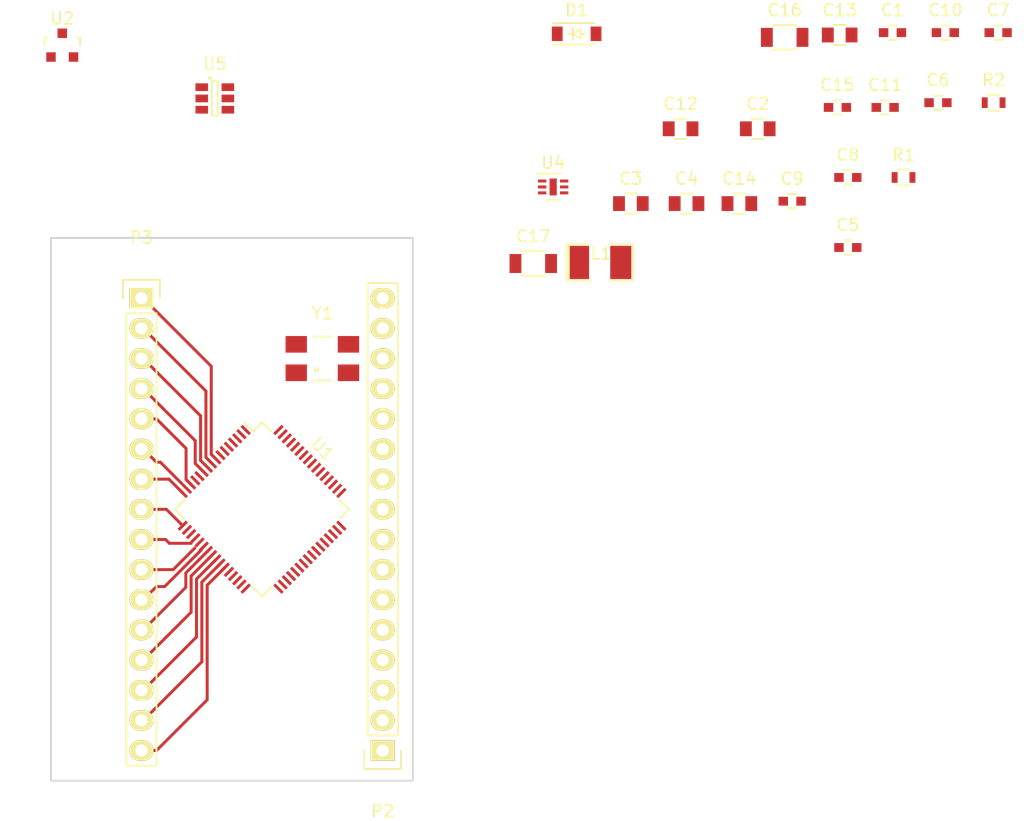
<source format=kicad_pcb>
(kicad_pcb (version 4) (host pcbnew "(2015-09-15 BZR 6201)-product")

  (general
    (links 92)
    (no_connects 79)
    (area 126.924999 101.524999 157.555001 147.395001)
    (thickness 1.6)
    (drawings 4)
    (tracks 65)
    (zones 0)
    (modules 28)
    (nets 66)
  )

  (page A4)
  (layers
    (0 F.Cu signal)
    (31 B.Cu signal)
    (32 B.Adhes user)
    (33 F.Adhes user)
    (34 B.Paste user)
    (35 F.Paste user)
    (36 B.SilkS user)
    (37 F.SilkS user)
    (38 B.Mask user)
    (39 F.Mask user)
    (40 Dwgs.User user)
    (41 Cmts.User user)
    (42 Eco1.User user)
    (43 Eco2.User user)
    (44 Edge.Cuts user)
    (45 Margin user)
    (46 B.CrtYd user)
    (47 F.CrtYd user)
    (48 B.Fab user)
    (49 F.Fab user)
  )

  (setup
    (last_trace_width 0.25)
    (trace_clearance 0.2)
    (zone_clearance 0.508)
    (zone_45_only no)
    (trace_min 0.2)
    (segment_width 0.2)
    (edge_width 0.15)
    (via_size 0.6)
    (via_drill 0.4)
    (via_min_size 0.4)
    (via_min_drill 0.3)
    (uvia_size 0.3)
    (uvia_drill 0.1)
    (uvias_allowed no)
    (uvia_min_size 0.2)
    (uvia_min_drill 0.1)
    (pcb_text_width 0.3)
    (pcb_text_size 1.5 1.5)
    (mod_edge_width 0.15)
    (mod_text_size 1 1)
    (mod_text_width 0.15)
    (pad_size 1.524 1.524)
    (pad_drill 0.762)
    (pad_to_mask_clearance 0.2)
    (aux_axis_origin 0 0)
    (visible_elements 7FFFFFFF)
    (pcbplotparams
      (layerselection 0x00030_80000001)
      (usegerberextensions false)
      (excludeedgelayer true)
      (linewidth 0.100000)
      (plotframeref false)
      (viasonmask false)
      (mode 1)
      (useauxorigin false)
      (hpglpennumber 1)
      (hpglpenspeed 20)
      (hpglpendiameter 15)
      (hpglpenoverlay 2)
      (psnegative false)
      (psa4output false)
      (plotreference true)
      (plotvalue true)
      (plotinvisibletext false)
      (padsonsilk false)
      (subtractmaskfromsilk false)
      (outputformat 1)
      (mirror false)
      (drillshape 1)
      (scaleselection 1)
      (outputdirectory ""))
  )

  (net 0 "")
  (net 1 /~RST)
  (net 2 GND)
  (net 3 /VDD)
  (net 4 "Net-(C10-Pad1)")
  (net 5 "Net-(C11-Pad1)")
  (net 6 /SDMMC_D3)
  (net 7 /SDMMC_CMD)
  (net 8 /SDMMC_CK)
  (net 9 /SDMMC_D0)
  (net 10 /SDMMC_D1)
  (net 11 /SDMMC_D2)
  (net 12 /OTG_FS_DM)
  (net 13 /OTG_FS_ID)
  (net 14 /OTG_FS_DP)
  (net 15 /D1)
  (net 16 /D2)
  (net 17 /D3)
  (net 18 /D4)
  (net 19 /D5)
  (net 20 /D6)
  (net 21 /D7)
  (net 22 /D8)
  (net 23 /D9)
  (net 24 /D10)
  (net 25 /D11)
  (net 26 /D12)
  (net 27 /D13)
  (net 28 /D14)
  (net 29 /D15)
  (net 30 /D16)
  (net 31 /A1)
  (net 32 /A2)
  (net 33 /A3)
  (net 34 /A4)
  (net 35 /A5)
  (net 36 /A6)
  (net 37 /A7)
  (net 38 /A8)
  (net 39 /A9)
  (net 40 /A10)
  (net 41 /A11)
  (net 42 /A12)
  (net 43 /A13)
  (net 44 /A14)
  (net 45 /A15)
  (net 46 /A16)
  (net 47 /RTC_OUT)
  (net 48 "Net-(U1-Pad3)")
  (net 49 "Net-(U1-Pad4)")
  (net 50 /OTG_FS_SOF)
  (net 51 /OTG_FS_VBUS)
  (net 52 /JTMS)
  (net 53 /JTCK)
  (net 54 /JTDI)
  (net 55 /JTDO)
  (net 56 /~JTRST)
  (net 57 /D4/PVD)
  (net 58 /VIN)
  (net 59 "Net-(C13-Pad1)")
  (net 60 /OTG_5V)
  (net 61 /SW)
  (net 62 "Net-(C15-Pad2)")
  (net 63 /SENSE)
  (net 64 "Net-(U4-Pad4)")
  (net 65 "Net-(U4-Pad5)")

  (net_class Default "This is the default net class."
    (clearance 0.2)
    (trace_width 0.25)
    (via_dia 0.6)
    (via_drill 0.4)
    (uvia_dia 0.3)
    (uvia_drill 0.1)
    (add_net /A1)
    (add_net /A10)
    (add_net /A11)
    (add_net /A12)
    (add_net /A13)
    (add_net /A14)
    (add_net /A15)
    (add_net /A16)
    (add_net /A2)
    (add_net /A3)
    (add_net /A4)
    (add_net /A5)
    (add_net /A6)
    (add_net /A7)
    (add_net /A8)
    (add_net /A9)
    (add_net /D1)
    (add_net /D10)
    (add_net /D11)
    (add_net /D12)
    (add_net /D13)
    (add_net /D14)
    (add_net /D15)
    (add_net /D16)
    (add_net /D2)
    (add_net /D3)
    (add_net /D4)
    (add_net /D4/PVD)
    (add_net /D5)
    (add_net /D6)
    (add_net /D7)
    (add_net /D8)
    (add_net /D9)
    (add_net /JTCK)
    (add_net /JTDI)
    (add_net /JTDO)
    (add_net /JTMS)
    (add_net /OTG_5V)
    (add_net /OTG_FS_DM)
    (add_net /OTG_FS_DP)
    (add_net /OTG_FS_ID)
    (add_net /OTG_FS_SOF)
    (add_net /OTG_FS_VBUS)
    (add_net /RTC_OUT)
    (add_net /SDMMC_CK)
    (add_net /SDMMC_CMD)
    (add_net /SDMMC_D0)
    (add_net /SDMMC_D1)
    (add_net /SDMMC_D2)
    (add_net /SDMMC_D3)
    (add_net /SENSE)
    (add_net /SW)
    (add_net /VDD)
    (add_net /VIN)
    (add_net /~JTRST)
    (add_net /~RST)
    (add_net GND)
    (add_net "Net-(C10-Pad1)")
    (add_net "Net-(C11-Pad1)")
    (add_net "Net-(C13-Pad1)")
    (add_net "Net-(C15-Pad2)")
    (add_net "Net-(U1-Pad3)")
    (add_net "Net-(U1-Pad4)")
    (add_net "Net-(U4-Pad4)")
    (add_net "Net-(U4-Pad5)")
  )

  (module Capacitors_SMD:C_0603 (layer F.Cu) (tedit 5415D631) (tstamp 55FB30E9)
    (at 197.886428 84.305)
    (descr "Capacitor SMD 0603, reflow soldering, AVX (see smccp.pdf)")
    (tags "capacitor 0603")
    (path /55FB28C4)
    (attr smd)
    (fp_text reference C1 (at 0 -1.9) (layer F.SilkS)
      (effects (font (size 1 1) (thickness 0.15)))
    )
    (fp_text value 0.1uF (at 0 1.9) (layer F.Fab)
      (effects (font (size 1 1) (thickness 0.15)))
    )
    (fp_line (start -1.45 -0.75) (end 1.45 -0.75) (layer F.CrtYd) (width 0.05))
    (fp_line (start -1.45 0.75) (end 1.45 0.75) (layer F.CrtYd) (width 0.05))
    (fp_line (start -1.45 -0.75) (end -1.45 0.75) (layer F.CrtYd) (width 0.05))
    (fp_line (start 1.45 -0.75) (end 1.45 0.75) (layer F.CrtYd) (width 0.05))
    (fp_line (start -0.35 -0.6) (end 0.35 -0.6) (layer F.SilkS) (width 0.15))
    (fp_line (start 0.35 0.6) (end -0.35 0.6) (layer F.SilkS) (width 0.15))
    (pad 1 smd rect (at -0.75 0) (size 0.8 0.75) (layers F.Cu F.Paste F.Mask)
      (net 1 /~RST))
    (pad 2 smd rect (at 0.75 0) (size 0.8 0.75) (layers F.Cu F.Paste F.Mask)
      (net 2 GND))
    (model Capacitors_SMD.3dshapes/C_0603.wrl
      (at (xyz 0 0 0))
      (scale (xyz 1 1 1))
      (rotate (xyz 0 0 0))
    )
  )

  (module Capacitors_SMD:C_0805 (layer F.Cu) (tedit 5415D6EA) (tstamp 55FB30EF)
    (at 186.536428 92.405)
    (descr "Capacitor SMD 0805, reflow soldering, AVX (see smccp.pdf)")
    (tags "capacitor 0805")
    (path /55FB1A3F)
    (attr smd)
    (fp_text reference C2 (at 0 -2.1) (layer F.SilkS)
      (effects (font (size 1 1) (thickness 0.15)))
    )
    (fp_text value 4.7uF (at 0 2.1) (layer F.Fab)
      (effects (font (size 1 1) (thickness 0.15)))
    )
    (fp_line (start -1.8 -1) (end 1.8 -1) (layer F.CrtYd) (width 0.05))
    (fp_line (start -1.8 1) (end 1.8 1) (layer F.CrtYd) (width 0.05))
    (fp_line (start -1.8 -1) (end -1.8 1) (layer F.CrtYd) (width 0.05))
    (fp_line (start 1.8 -1) (end 1.8 1) (layer F.CrtYd) (width 0.05))
    (fp_line (start 0.5 -0.85) (end -0.5 -0.85) (layer F.SilkS) (width 0.15))
    (fp_line (start -0.5 0.85) (end 0.5 0.85) (layer F.SilkS) (width 0.15))
    (pad 1 smd rect (at -1 0) (size 1 1.25) (layers F.Cu F.Paste F.Mask)
      (net 3 /VDD))
    (pad 2 smd rect (at 1 0) (size 1 1.25) (layers F.Cu F.Paste F.Mask)
      (net 2 GND))
    (model Capacitors_SMD.3dshapes/C_0805.wrl
      (at (xyz 0 0 0))
      (scale (xyz 1 1 1))
      (rotate (xyz 0 0 0))
    )
  )

  (module Capacitors_SMD:C_0805 (layer F.Cu) (tedit 5415D6EA) (tstamp 55FB30F5)
    (at 175.846428 98.705)
    (descr "Capacitor SMD 0805, reflow soldering, AVX (see smccp.pdf)")
    (tags "capacitor 0805")
    (path /55FB1E44)
    (attr smd)
    (fp_text reference C3 (at 0 -2.1) (layer F.SilkS)
      (effects (font (size 1 1) (thickness 0.15)))
    )
    (fp_text value 1.0uF (at 0 2.1) (layer F.Fab)
      (effects (font (size 1 1) (thickness 0.15)))
    )
    (fp_line (start -1.8 -1) (end 1.8 -1) (layer F.CrtYd) (width 0.05))
    (fp_line (start -1.8 1) (end 1.8 1) (layer F.CrtYd) (width 0.05))
    (fp_line (start -1.8 -1) (end -1.8 1) (layer F.CrtYd) (width 0.05))
    (fp_line (start 1.8 -1) (end 1.8 1) (layer F.CrtYd) (width 0.05))
    (fp_line (start 0.5 -0.85) (end -0.5 -0.85) (layer F.SilkS) (width 0.15))
    (fp_line (start -0.5 0.85) (end 0.5 0.85) (layer F.SilkS) (width 0.15))
    (pad 1 smd rect (at -1 0) (size 1 1.25) (layers F.Cu F.Paste F.Mask)
      (net 3 /VDD))
    (pad 2 smd rect (at 1 0) (size 1 1.25) (layers F.Cu F.Paste F.Mask)
      (net 2 GND))
    (model Capacitors_SMD.3dshapes/C_0805.wrl
      (at (xyz 0 0 0))
      (scale (xyz 1 1 1))
      (rotate (xyz 0 0 0))
    )
  )

  (module Capacitors_SMD:C_0805 (layer F.Cu) (tedit 5415D6EA) (tstamp 55FB30FB)
    (at 180.536428 98.705)
    (descr "Capacitor SMD 0805, reflow soldering, AVX (see smccp.pdf)")
    (tags "capacitor 0805")
    (path /55FB260E)
    (attr smd)
    (fp_text reference C4 (at 0 -2.1) (layer F.SilkS)
      (effects (font (size 1 1) (thickness 0.15)))
    )
    (fp_text value 1.0uF (at 0 2.1) (layer F.Fab)
      (effects (font (size 1 1) (thickness 0.15)))
    )
    (fp_line (start -1.8 -1) (end 1.8 -1) (layer F.CrtYd) (width 0.05))
    (fp_line (start -1.8 1) (end 1.8 1) (layer F.CrtYd) (width 0.05))
    (fp_line (start -1.8 -1) (end -1.8 1) (layer F.CrtYd) (width 0.05))
    (fp_line (start 1.8 -1) (end 1.8 1) (layer F.CrtYd) (width 0.05))
    (fp_line (start 0.5 -0.85) (end -0.5 -0.85) (layer F.SilkS) (width 0.15))
    (fp_line (start -0.5 0.85) (end 0.5 0.85) (layer F.SilkS) (width 0.15))
    (pad 1 smd rect (at -1 0) (size 1 1.25) (layers F.Cu F.Paste F.Mask)
      (net 3 /VDD))
    (pad 2 smd rect (at 1 0) (size 1 1.25) (layers F.Cu F.Paste F.Mask)
      (net 2 GND))
    (model Capacitors_SMD.3dshapes/C_0805.wrl
      (at (xyz 0 0 0))
      (scale (xyz 1 1 1))
      (rotate (xyz 0 0 0))
    )
  )

  (module Capacitors_SMD:C_0603 (layer F.Cu) (tedit 5415D631) (tstamp 55FB3101)
    (at 194.126428 102.405)
    (descr "Capacitor SMD 0603, reflow soldering, AVX (see smccp.pdf)")
    (tags "capacitor 0603")
    (path /55FB1B14)
    (attr smd)
    (fp_text reference C5 (at 0 -1.9) (layer F.SilkS)
      (effects (font (size 1 1) (thickness 0.15)))
    )
    (fp_text value 0.1uF (at 0 1.9) (layer F.Fab)
      (effects (font (size 1 1) (thickness 0.15)))
    )
    (fp_line (start -1.45 -0.75) (end 1.45 -0.75) (layer F.CrtYd) (width 0.05))
    (fp_line (start -1.45 0.75) (end 1.45 0.75) (layer F.CrtYd) (width 0.05))
    (fp_line (start -1.45 -0.75) (end -1.45 0.75) (layer F.CrtYd) (width 0.05))
    (fp_line (start 1.45 -0.75) (end 1.45 0.75) (layer F.CrtYd) (width 0.05))
    (fp_line (start -0.35 -0.6) (end 0.35 -0.6) (layer F.SilkS) (width 0.15))
    (fp_line (start 0.35 0.6) (end -0.35 0.6) (layer F.SilkS) (width 0.15))
    (pad 1 smd rect (at -0.75 0) (size 0.8 0.75) (layers F.Cu F.Paste F.Mask)
      (net 3 /VDD))
    (pad 2 smd rect (at 0.75 0) (size 0.8 0.75) (layers F.Cu F.Paste F.Mask)
      (net 2 GND))
    (model Capacitors_SMD.3dshapes/C_0603.wrl
      (at (xyz 0 0 0))
      (scale (xyz 1 1 1))
      (rotate (xyz 0 0 0))
    )
  )

  (module Capacitors_SMD:C_0603 (layer F.Cu) (tedit 5415D631) (tstamp 55FB3107)
    (at 201.716428 90.205)
    (descr "Capacitor SMD 0603, reflow soldering, AVX (see smccp.pdf)")
    (tags "capacitor 0603")
    (path /55FB1B48)
    (attr smd)
    (fp_text reference C6 (at 0 -1.9) (layer F.SilkS)
      (effects (font (size 1 1) (thickness 0.15)))
    )
    (fp_text value 0.1uF (at 0 1.9) (layer F.Fab)
      (effects (font (size 1 1) (thickness 0.15)))
    )
    (fp_line (start -1.45 -0.75) (end 1.45 -0.75) (layer F.CrtYd) (width 0.05))
    (fp_line (start -1.45 0.75) (end 1.45 0.75) (layer F.CrtYd) (width 0.05))
    (fp_line (start -1.45 -0.75) (end -1.45 0.75) (layer F.CrtYd) (width 0.05))
    (fp_line (start 1.45 -0.75) (end 1.45 0.75) (layer F.CrtYd) (width 0.05))
    (fp_line (start -0.35 -0.6) (end 0.35 -0.6) (layer F.SilkS) (width 0.15))
    (fp_line (start 0.35 0.6) (end -0.35 0.6) (layer F.SilkS) (width 0.15))
    (pad 1 smd rect (at -0.75 0) (size 0.8 0.75) (layers F.Cu F.Paste F.Mask)
      (net 3 /VDD))
    (pad 2 smd rect (at 0.75 0) (size 0.8 0.75) (layers F.Cu F.Paste F.Mask)
      (net 2 GND))
    (model Capacitors_SMD.3dshapes/C_0603.wrl
      (at (xyz 0 0 0))
      (scale (xyz 1 1 1))
      (rotate (xyz 0 0 0))
    )
  )

  (module Capacitors_SMD:C_0603 (layer F.Cu) (tedit 5415D631) (tstamp 55FB310D)
    (at 206.786428 84.305)
    (descr "Capacitor SMD 0603, reflow soldering, AVX (see smccp.pdf)")
    (tags "capacitor 0603")
    (path /55FB1BA8)
    (attr smd)
    (fp_text reference C7 (at 0 -1.9) (layer F.SilkS)
      (effects (font (size 1 1) (thickness 0.15)))
    )
    (fp_text value 0.1uF (at 0 1.9) (layer F.Fab)
      (effects (font (size 1 1) (thickness 0.15)))
    )
    (fp_line (start -1.45 -0.75) (end 1.45 -0.75) (layer F.CrtYd) (width 0.05))
    (fp_line (start -1.45 0.75) (end 1.45 0.75) (layer F.CrtYd) (width 0.05))
    (fp_line (start -1.45 -0.75) (end -1.45 0.75) (layer F.CrtYd) (width 0.05))
    (fp_line (start 1.45 -0.75) (end 1.45 0.75) (layer F.CrtYd) (width 0.05))
    (fp_line (start -0.35 -0.6) (end 0.35 -0.6) (layer F.SilkS) (width 0.15))
    (fp_line (start 0.35 0.6) (end -0.35 0.6) (layer F.SilkS) (width 0.15))
    (pad 1 smd rect (at -0.75 0) (size 0.8 0.75) (layers F.Cu F.Paste F.Mask)
      (net 3 /VDD))
    (pad 2 smd rect (at 0.75 0) (size 0.8 0.75) (layers F.Cu F.Paste F.Mask)
      (net 2 GND))
    (model Capacitors_SMD.3dshapes/C_0603.wrl
      (at (xyz 0 0 0))
      (scale (xyz 1 1 1))
      (rotate (xyz 0 0 0))
    )
  )

  (module Capacitors_SMD:C_0603 (layer F.Cu) (tedit 5415D631) (tstamp 55FB3113)
    (at 194.126428 96.505)
    (descr "Capacitor SMD 0603, reflow soldering, AVX (see smccp.pdf)")
    (tags "capacitor 0603")
    (path /55FB1BDE)
    (attr smd)
    (fp_text reference C8 (at 0 -1.9) (layer F.SilkS)
      (effects (font (size 1 1) (thickness 0.15)))
    )
    (fp_text value 0.1uF (at 0 1.9) (layer F.Fab)
      (effects (font (size 1 1) (thickness 0.15)))
    )
    (fp_line (start -1.45 -0.75) (end 1.45 -0.75) (layer F.CrtYd) (width 0.05))
    (fp_line (start -1.45 0.75) (end 1.45 0.75) (layer F.CrtYd) (width 0.05))
    (fp_line (start -1.45 -0.75) (end -1.45 0.75) (layer F.CrtYd) (width 0.05))
    (fp_line (start 1.45 -0.75) (end 1.45 0.75) (layer F.CrtYd) (width 0.05))
    (fp_line (start -0.35 -0.6) (end 0.35 -0.6) (layer F.SilkS) (width 0.15))
    (fp_line (start 0.35 0.6) (end -0.35 0.6) (layer F.SilkS) (width 0.15))
    (pad 1 smd rect (at -0.75 0) (size 0.8 0.75) (layers F.Cu F.Paste F.Mask)
      (net 3 /VDD))
    (pad 2 smd rect (at 0.75 0) (size 0.8 0.75) (layers F.Cu F.Paste F.Mask)
      (net 2 GND))
    (model Capacitors_SMD.3dshapes/C_0603.wrl
      (at (xyz 0 0 0))
      (scale (xyz 1 1 1))
      (rotate (xyz 0 0 0))
    )
  )

  (module Capacitors_SMD:C_0603 (layer F.Cu) (tedit 5415D631) (tstamp 55FB3119)
    (at 189.436428 98.505)
    (descr "Capacitor SMD 0603, reflow soldering, AVX (see smccp.pdf)")
    (tags "capacitor 0603")
    (path /55FB1A93)
    (attr smd)
    (fp_text reference C9 (at 0 -1.9) (layer F.SilkS)
      (effects (font (size 1 1) (thickness 0.15)))
    )
    (fp_text value 0.1uF (at 0 1.9) (layer F.Fab)
      (effects (font (size 1 1) (thickness 0.15)))
    )
    (fp_line (start -1.45 -0.75) (end 1.45 -0.75) (layer F.CrtYd) (width 0.05))
    (fp_line (start -1.45 0.75) (end 1.45 0.75) (layer F.CrtYd) (width 0.05))
    (fp_line (start -1.45 -0.75) (end -1.45 0.75) (layer F.CrtYd) (width 0.05))
    (fp_line (start 1.45 -0.75) (end 1.45 0.75) (layer F.CrtYd) (width 0.05))
    (fp_line (start -0.35 -0.6) (end 0.35 -0.6) (layer F.SilkS) (width 0.15))
    (fp_line (start 0.35 0.6) (end -0.35 0.6) (layer F.SilkS) (width 0.15))
    (pad 1 smd rect (at -0.75 0) (size 0.8 0.75) (layers F.Cu F.Paste F.Mask)
      (net 3 /VDD))
    (pad 2 smd rect (at 0.75 0) (size 0.8 0.75) (layers F.Cu F.Paste F.Mask)
      (net 2 GND))
    (model Capacitors_SMD.3dshapes/C_0603.wrl
      (at (xyz 0 0 0))
      (scale (xyz 1 1 1))
      (rotate (xyz 0 0 0))
    )
  )

  (module Capacitors_SMD:C_0603 (layer F.Cu) (tedit 5415D631) (tstamp 55FB311F)
    (at 202.338333 84.305)
    (descr "Capacitor SMD 0603, reflow soldering, AVX (see smccp.pdf)")
    (tags "capacitor 0603")
    (path /55F9D8C1)
    (attr smd)
    (fp_text reference C10 (at 0 -1.9) (layer F.SilkS)
      (effects (font (size 1 1) (thickness 0.15)))
    )
    (fp_text value 22pF (at 0 1.9) (layer F.Fab)
      (effects (font (size 1 1) (thickness 0.15)))
    )
    (fp_line (start -1.45 -0.75) (end 1.45 -0.75) (layer F.CrtYd) (width 0.05))
    (fp_line (start -1.45 0.75) (end 1.45 0.75) (layer F.CrtYd) (width 0.05))
    (fp_line (start -1.45 -0.75) (end -1.45 0.75) (layer F.CrtYd) (width 0.05))
    (fp_line (start 1.45 -0.75) (end 1.45 0.75) (layer F.CrtYd) (width 0.05))
    (fp_line (start -0.35 -0.6) (end 0.35 -0.6) (layer F.SilkS) (width 0.15))
    (fp_line (start 0.35 0.6) (end -0.35 0.6) (layer F.SilkS) (width 0.15))
    (pad 1 smd rect (at -0.75 0) (size 0.8 0.75) (layers F.Cu F.Paste F.Mask)
      (net 4 "Net-(C10-Pad1)"))
    (pad 2 smd rect (at 0.75 0) (size 0.8 0.75) (layers F.Cu F.Paste F.Mask)
      (net 2 GND))
    (model Capacitors_SMD.3dshapes/C_0603.wrl
      (at (xyz 0 0 0))
      (scale (xyz 1 1 1))
      (rotate (xyz 0 0 0))
    )
  )

  (module Capacitors_SMD:C_0603 (layer F.Cu) (tedit 5415D631) (tstamp 55FB3125)
    (at 197.268333 90.605)
    (descr "Capacitor SMD 0603, reflow soldering, AVX (see smccp.pdf)")
    (tags "capacitor 0603")
    (path /55F9D8E9)
    (attr smd)
    (fp_text reference C11 (at 0 -1.9) (layer F.SilkS)
      (effects (font (size 1 1) (thickness 0.15)))
    )
    (fp_text value 22pF (at 0 1.9) (layer F.Fab)
      (effects (font (size 1 1) (thickness 0.15)))
    )
    (fp_line (start -1.45 -0.75) (end 1.45 -0.75) (layer F.CrtYd) (width 0.05))
    (fp_line (start -1.45 0.75) (end 1.45 0.75) (layer F.CrtYd) (width 0.05))
    (fp_line (start -1.45 -0.75) (end -1.45 0.75) (layer F.CrtYd) (width 0.05))
    (fp_line (start 1.45 -0.75) (end 1.45 0.75) (layer F.CrtYd) (width 0.05))
    (fp_line (start -0.35 -0.6) (end 0.35 -0.6) (layer F.SilkS) (width 0.15))
    (fp_line (start 0.35 0.6) (end -0.35 0.6) (layer F.SilkS) (width 0.15))
    (pad 1 smd rect (at -0.75 0) (size 0.8 0.75) (layers F.Cu F.Paste F.Mask)
      (net 5 "Net-(C11-Pad1)"))
    (pad 2 smd rect (at 0.75 0) (size 0.8 0.75) (layers F.Cu F.Paste F.Mask)
      (net 2 GND))
    (model Capacitors_SMD.3dshapes/C_0603.wrl
      (at (xyz 0 0 0))
      (scale (xyz 1 1 1))
      (rotate (xyz 0 0 0))
    )
  )

  (module Pin_Headers:Pin_Header_Straight_1x16 (layer F.Cu) (tedit 0) (tstamp 55FB3156)
    (at 154.94 144.78 180)
    (descr "Through hole pin header")
    (tags "pin header")
    (path /55FB4ECD)
    (fp_text reference P2 (at 0 -5.1 180) (layer F.SilkS)
      (effects (font (size 1 1) (thickness 0.15)))
    )
    (fp_text value CONN_01X16 (at 0 -3.1 180) (layer F.Fab)
      (effects (font (size 1 1) (thickness 0.15)))
    )
    (fp_line (start -1.75 -1.75) (end -1.75 39.85) (layer F.CrtYd) (width 0.05))
    (fp_line (start 1.75 -1.75) (end 1.75 39.85) (layer F.CrtYd) (width 0.05))
    (fp_line (start -1.75 -1.75) (end 1.75 -1.75) (layer F.CrtYd) (width 0.05))
    (fp_line (start -1.75 39.85) (end 1.75 39.85) (layer F.CrtYd) (width 0.05))
    (fp_line (start -1.27 1.27) (end -1.27 39.37) (layer F.SilkS) (width 0.15))
    (fp_line (start -1.27 39.37) (end 1.27 39.37) (layer F.SilkS) (width 0.15))
    (fp_line (start 1.27 39.37) (end 1.27 1.27) (layer F.SilkS) (width 0.15))
    (fp_line (start 1.55 -1.55) (end 1.55 0) (layer F.SilkS) (width 0.15))
    (fp_line (start 1.27 1.27) (end -1.27 1.27) (layer F.SilkS) (width 0.15))
    (fp_line (start -1.55 0) (end -1.55 -1.55) (layer F.SilkS) (width 0.15))
    (fp_line (start -1.55 -1.55) (end 1.55 -1.55) (layer F.SilkS) (width 0.15))
    (pad 1 thru_hole rect (at 0 0 180) (size 2.032 1.7272) (drill 1.016) (layers *.Cu *.Mask F.SilkS)
      (net 15 /D1))
    (pad 2 thru_hole oval (at 0 2.54 180) (size 2.032 1.7272) (drill 1.016) (layers *.Cu *.Mask F.SilkS)
      (net 16 /D2))
    (pad 3 thru_hole oval (at 0 5.08 180) (size 2.032 1.7272) (drill 1.016) (layers *.Cu *.Mask F.SilkS)
      (net 17 /D3))
    (pad 4 thru_hole oval (at 0 7.62 180) (size 2.032 1.7272) (drill 1.016) (layers *.Cu *.Mask F.SilkS)
      (net 18 /D4))
    (pad 5 thru_hole oval (at 0 10.16 180) (size 2.032 1.7272) (drill 1.016) (layers *.Cu *.Mask F.SilkS)
      (net 19 /D5))
    (pad 6 thru_hole oval (at 0 12.7 180) (size 2.032 1.7272) (drill 1.016) (layers *.Cu *.Mask F.SilkS)
      (net 20 /D6))
    (pad 7 thru_hole oval (at 0 15.24 180) (size 2.032 1.7272) (drill 1.016) (layers *.Cu *.Mask F.SilkS)
      (net 21 /D7))
    (pad 8 thru_hole oval (at 0 17.78 180) (size 2.032 1.7272) (drill 1.016) (layers *.Cu *.Mask F.SilkS)
      (net 22 /D8))
    (pad 9 thru_hole oval (at 0 20.32 180) (size 2.032 1.7272) (drill 1.016) (layers *.Cu *.Mask F.SilkS)
      (net 23 /D9))
    (pad 10 thru_hole oval (at 0 22.86 180) (size 2.032 1.7272) (drill 1.016) (layers *.Cu *.Mask F.SilkS)
      (net 24 /D10))
    (pad 11 thru_hole oval (at 0 25.4 180) (size 2.032 1.7272) (drill 1.016) (layers *.Cu *.Mask F.SilkS)
      (net 25 /D11))
    (pad 12 thru_hole oval (at 0 27.94 180) (size 2.032 1.7272) (drill 1.016) (layers *.Cu *.Mask F.SilkS)
      (net 26 /D12))
    (pad 13 thru_hole oval (at 0 30.48 180) (size 2.032 1.7272) (drill 1.016) (layers *.Cu *.Mask F.SilkS)
      (net 27 /D13))
    (pad 14 thru_hole oval (at 0 33.02 180) (size 2.032 1.7272) (drill 1.016) (layers *.Cu *.Mask F.SilkS)
      (net 28 /D14))
    (pad 15 thru_hole oval (at 0 35.56 180) (size 2.032 1.7272) (drill 1.016) (layers *.Cu *.Mask F.SilkS)
      (net 29 /D15))
    (pad 16 thru_hole oval (at 0 38.1 180) (size 2.032 1.7272) (drill 1.016) (layers *.Cu *.Mask F.SilkS)
      (net 30 /D16))
    (model Pin_Headers.3dshapes/Pin_Header_Straight_1x16.wrl
      (at (xyz 0 -0.75 0))
      (scale (xyz 1 1 1))
      (rotate (xyz 0 0 90))
    )
  )

  (module Pin_Headers:Pin_Header_Straight_1x16 (layer F.Cu) (tedit 0) (tstamp 55FB316A)
    (at 134.62 106.68)
    (descr "Through hole pin header")
    (tags "pin header")
    (path /55FB4C0D)
    (fp_text reference P3 (at 0 -5.1) (layer F.SilkS)
      (effects (font (size 1 1) (thickness 0.15)))
    )
    (fp_text value CONN_01X16 (at 0 -3.1) (layer F.Fab)
      (effects (font (size 1 1) (thickness 0.15)))
    )
    (fp_line (start -1.75 -1.75) (end -1.75 39.85) (layer F.CrtYd) (width 0.05))
    (fp_line (start 1.75 -1.75) (end 1.75 39.85) (layer F.CrtYd) (width 0.05))
    (fp_line (start -1.75 -1.75) (end 1.75 -1.75) (layer F.CrtYd) (width 0.05))
    (fp_line (start -1.75 39.85) (end 1.75 39.85) (layer F.CrtYd) (width 0.05))
    (fp_line (start -1.27 1.27) (end -1.27 39.37) (layer F.SilkS) (width 0.15))
    (fp_line (start -1.27 39.37) (end 1.27 39.37) (layer F.SilkS) (width 0.15))
    (fp_line (start 1.27 39.37) (end 1.27 1.27) (layer F.SilkS) (width 0.15))
    (fp_line (start 1.55 -1.55) (end 1.55 0) (layer F.SilkS) (width 0.15))
    (fp_line (start 1.27 1.27) (end -1.27 1.27) (layer F.SilkS) (width 0.15))
    (fp_line (start -1.55 0) (end -1.55 -1.55) (layer F.SilkS) (width 0.15))
    (fp_line (start -1.55 -1.55) (end 1.55 -1.55) (layer F.SilkS) (width 0.15))
    (pad 1 thru_hole rect (at 0 0) (size 2.032 1.7272) (drill 1.016) (layers *.Cu *.Mask F.SilkS)
      (net 31 /A1))
    (pad 2 thru_hole oval (at 0 2.54) (size 2.032 1.7272) (drill 1.016) (layers *.Cu *.Mask F.SilkS)
      (net 32 /A2))
    (pad 3 thru_hole oval (at 0 5.08) (size 2.032 1.7272) (drill 1.016) (layers *.Cu *.Mask F.SilkS)
      (net 33 /A3))
    (pad 4 thru_hole oval (at 0 7.62) (size 2.032 1.7272) (drill 1.016) (layers *.Cu *.Mask F.SilkS)
      (net 34 /A4))
    (pad 5 thru_hole oval (at 0 10.16) (size 2.032 1.7272) (drill 1.016) (layers *.Cu *.Mask F.SilkS)
      (net 35 /A5))
    (pad 6 thru_hole oval (at 0 12.7) (size 2.032 1.7272) (drill 1.016) (layers *.Cu *.Mask F.SilkS)
      (net 36 /A6))
    (pad 7 thru_hole oval (at 0 15.24) (size 2.032 1.7272) (drill 1.016) (layers *.Cu *.Mask F.SilkS)
      (net 37 /A7))
    (pad 8 thru_hole oval (at 0 17.78) (size 2.032 1.7272) (drill 1.016) (layers *.Cu *.Mask F.SilkS)
      (net 38 /A8))
    (pad 9 thru_hole oval (at 0 20.32) (size 2.032 1.7272) (drill 1.016) (layers *.Cu *.Mask F.SilkS)
      (net 39 /A9))
    (pad 10 thru_hole oval (at 0 22.86) (size 2.032 1.7272) (drill 1.016) (layers *.Cu *.Mask F.SilkS)
      (net 40 /A10))
    (pad 11 thru_hole oval (at 0 25.4) (size 2.032 1.7272) (drill 1.016) (layers *.Cu *.Mask F.SilkS)
      (net 41 /A11))
    (pad 12 thru_hole oval (at 0 27.94) (size 2.032 1.7272) (drill 1.016) (layers *.Cu *.Mask F.SilkS)
      (net 42 /A12))
    (pad 13 thru_hole oval (at 0 30.48) (size 2.032 1.7272) (drill 1.016) (layers *.Cu *.Mask F.SilkS)
      (net 43 /A13))
    (pad 14 thru_hole oval (at 0 33.02) (size 2.032 1.7272) (drill 1.016) (layers *.Cu *.Mask F.SilkS)
      (net 44 /A14))
    (pad 15 thru_hole oval (at 0 35.56) (size 2.032 1.7272) (drill 1.016) (layers *.Cu *.Mask F.SilkS)
      (net 45 /A15))
    (pad 16 thru_hole oval (at 0 38.1) (size 2.032 1.7272) (drill 1.016) (layers *.Cu *.Mask F.SilkS)
      (net 46 /A16))
    (model Pin_Headers.3dshapes/Pin_Header_Straight_1x16.wrl
      (at (xyz 0 -0.75 0))
      (scale (xyz 1 1 1))
      (rotate (xyz 0 0 90))
    )
  )

  (module Housings_QFP:LQFP-64_10x10mm_Pitch0.5mm (layer F.Cu) (tedit 54130A77) (tstamp 55FB31B4)
    (at 144.78 124.46 315)
    (descr "64 LEAD LQFP 10x10mm (see MICREL LQFP10x10-64LD-PL-1.pdf)")
    (tags "QFP 0.5")
    (path /55F9D79E)
    (attr smd)
    (fp_text reference U1 (at 0 -7.2 315) (layer F.SilkS)
      (effects (font (size 1 1) (thickness 0.15)))
    )
    (fp_text value STM32L486Rx-LQFP64 (at 0 7.2 315) (layer F.Fab)
      (effects (font (size 1 1) (thickness 0.15)))
    )
    (fp_line (start -6.45 -6.45) (end -6.45 6.45) (layer F.CrtYd) (width 0.05))
    (fp_line (start 6.45 -6.45) (end 6.45 6.45) (layer F.CrtYd) (width 0.05))
    (fp_line (start -6.45 -6.45) (end 6.45 -6.45) (layer F.CrtYd) (width 0.05))
    (fp_line (start -6.45 6.45) (end 6.45 6.45) (layer F.CrtYd) (width 0.05))
    (fp_line (start -5.175 -5.175) (end -5.175 -4.1) (layer F.SilkS) (width 0.15))
    (fp_line (start 5.175 -5.175) (end 5.175 -4.1) (layer F.SilkS) (width 0.15))
    (fp_line (start 5.175 5.175) (end 5.175 4.1) (layer F.SilkS) (width 0.15))
    (fp_line (start -5.175 5.175) (end -5.175 4.1) (layer F.SilkS) (width 0.15))
    (fp_line (start -5.175 -5.175) (end -4.1 -5.175) (layer F.SilkS) (width 0.15))
    (fp_line (start -5.175 5.175) (end -4.1 5.175) (layer F.SilkS) (width 0.15))
    (fp_line (start 5.175 5.175) (end 4.1 5.175) (layer F.SilkS) (width 0.15))
    (fp_line (start 5.175 -5.175) (end 4.1 -5.175) (layer F.SilkS) (width 0.15))
    (fp_line (start -5.175 -4.1) (end -6.2 -4.1) (layer F.SilkS) (width 0.15))
    (pad 1 smd rect (at -5.7 -3.75 315) (size 1 0.25) (layers F.Cu F.Paste F.Mask)
      (net 3 /VDD))
    (pad 2 smd rect (at -5.7 -3.25 315) (size 1 0.25) (layers F.Cu F.Paste F.Mask)
      (net 47 /RTC_OUT))
    (pad 3 smd rect (at -5.7 -2.75 315) (size 1 0.25) (layers F.Cu F.Paste F.Mask)
      (net 48 "Net-(U1-Pad3)"))
    (pad 4 smd rect (at -5.7 -2.25 315) (size 1 0.25) (layers F.Cu F.Paste F.Mask)
      (net 49 "Net-(U1-Pad4)"))
    (pad 5 smd rect (at -5.7 -1.75 315) (size 1 0.25) (layers F.Cu F.Paste F.Mask)
      (net 4 "Net-(C10-Pad1)"))
    (pad 6 smd rect (at -5.7 -1.25 315) (size 1 0.25) (layers F.Cu F.Paste F.Mask)
      (net 5 "Net-(C11-Pad1)"))
    (pad 7 smd rect (at -5.7 -0.75 315) (size 1 0.25) (layers F.Cu F.Paste F.Mask)
      (net 1 /~RST))
    (pad 8 smd rect (at -5.7 -0.25 315) (size 1 0.25) (layers F.Cu F.Paste F.Mask)
      (net 31 /A1))
    (pad 9 smd rect (at -5.7 0.25 315) (size 1 0.25) (layers F.Cu F.Paste F.Mask)
      (net 32 /A2))
    (pad 10 smd rect (at -5.7 0.75 315) (size 1 0.25) (layers F.Cu F.Paste F.Mask)
      (net 33 /A3))
    (pad 11 smd rect (at -5.7 1.25 315) (size 1 0.25) (layers F.Cu F.Paste F.Mask)
      (net 34 /A4))
    (pad 12 smd rect (at -5.7 1.75 315) (size 1 0.25) (layers F.Cu F.Paste F.Mask)
      (net 2 GND))
    (pad 13 smd rect (at -5.7 2.25 315) (size 1 0.25) (layers F.Cu F.Paste F.Mask)
      (net 3 /VDD))
    (pad 14 smd rect (at -5.7 2.75 315) (size 1 0.25) (layers F.Cu F.Paste F.Mask)
      (net 35 /A5))
    (pad 15 smd rect (at -5.7 3.25 315) (size 1 0.25) (layers F.Cu F.Paste F.Mask)
      (net 36 /A6))
    (pad 16 smd rect (at -5.7 3.75 315) (size 1 0.25) (layers F.Cu F.Paste F.Mask)
      (net 37 /A7))
    (pad 17 smd rect (at -3.75 5.7 45) (size 1 0.25) (layers F.Cu F.Paste F.Mask)
      (net 38 /A8))
    (pad 18 smd rect (at -3.25 5.7 45) (size 1 0.25) (layers F.Cu F.Paste F.Mask)
      (net 2 GND))
    (pad 19 smd rect (at -2.75 5.7 45) (size 1 0.25) (layers F.Cu F.Paste F.Mask)
      (net 3 /VDD))
    (pad 20 smd rect (at -2.25 5.7 45) (size 1 0.25) (layers F.Cu F.Paste F.Mask)
      (net 39 /A9))
    (pad 21 smd rect (at -1.75 5.7 45) (size 1 0.25) (layers F.Cu F.Paste F.Mask)
      (net 40 /A10))
    (pad 22 smd rect (at -1.25 5.7 45) (size 1 0.25) (layers F.Cu F.Paste F.Mask)
      (net 41 /A11))
    (pad 23 smd rect (at -0.75 5.7 45) (size 1 0.25) (layers F.Cu F.Paste F.Mask)
      (net 42 /A12))
    (pad 24 smd rect (at -0.25 5.7 45) (size 1 0.25) (layers F.Cu F.Paste F.Mask)
      (net 43 /A13))
    (pad 25 smd rect (at 0.25 5.7 45) (size 1 0.25) (layers F.Cu F.Paste F.Mask)
      (net 44 /A14))
    (pad 26 smd rect (at 0.75 5.7 45) (size 1 0.25) (layers F.Cu F.Paste F.Mask)
      (net 45 /A15))
    (pad 27 smd rect (at 1.25 5.7 45) (size 1 0.25) (layers F.Cu F.Paste F.Mask)
      (net 46 /A16))
    (pad 28 smd rect (at 1.75 5.7 45) (size 1 0.25) (layers F.Cu F.Paste F.Mask)
      (net 15 /D1))
    (pad 29 smd rect (at 2.25 5.7 45) (size 1 0.25) (layers F.Cu F.Paste F.Mask)
      (net 21 /D7))
    (pad 30 smd rect (at 2.75 5.7 45) (size 1 0.25) (layers F.Cu F.Paste F.Mask)
      (net 22 /D8))
    (pad 31 smd rect (at 3.25 5.7 45) (size 1 0.25) (layers F.Cu F.Paste F.Mask)
      (net 2 GND))
    (pad 32 smd rect (at 3.75 5.7 45) (size 1 0.25) (layers F.Cu F.Paste F.Mask)
      (net 3 /VDD))
    (pad 33 smd rect (at 5.7 3.75 315) (size 1 0.25) (layers F.Cu F.Paste F.Mask)
      (net 23 /D9))
    (pad 34 smd rect (at 5.7 3.25 315) (size 1 0.25) (layers F.Cu F.Paste F.Mask)
      (net 24 /D10))
    (pad 35 smd rect (at 5.7 2.75 315) (size 1 0.25) (layers F.Cu F.Paste F.Mask)
      (net 25 /D11))
    (pad 36 smd rect (at 5.7 2.25 315) (size 1 0.25) (layers F.Cu F.Paste F.Mask)
      (net 26 /D12))
    (pad 37 smd rect (at 5.7 1.75 315) (size 1 0.25) (layers F.Cu F.Paste F.Mask)
      (net 28 /D14))
    (pad 38 smd rect (at 5.7 1.25 315) (size 1 0.25) (layers F.Cu F.Paste F.Mask)
      (net 29 /D15))
    (pad 39 smd rect (at 5.7 0.75 315) (size 1 0.25) (layers F.Cu F.Paste F.Mask)
      (net 9 /SDMMC_D0))
    (pad 40 smd rect (at 5.7 0.25 315) (size 1 0.25) (layers F.Cu F.Paste F.Mask)
      (net 10 /SDMMC_D1))
    (pad 41 smd rect (at 5.7 -0.25 315) (size 1 0.25) (layers F.Cu F.Paste F.Mask)
      (net 50 /OTG_FS_SOF))
    (pad 42 smd rect (at 5.7 -0.75 315) (size 1 0.25) (layers F.Cu F.Paste F.Mask)
      (net 51 /OTG_FS_VBUS))
    (pad 43 smd rect (at 5.7 -1.25 315) (size 1 0.25) (layers F.Cu F.Paste F.Mask)
      (net 13 /OTG_FS_ID))
    (pad 44 smd rect (at 5.7 -1.75 315) (size 1 0.25) (layers F.Cu F.Paste F.Mask)
      (net 12 /OTG_FS_DM))
    (pad 45 smd rect (at 5.7 -2.25 315) (size 1 0.25) (layers F.Cu F.Paste F.Mask)
      (net 14 /OTG_FS_DP))
    (pad 46 smd rect (at 5.7 -2.75 315) (size 1 0.25) (layers F.Cu F.Paste F.Mask)
      (net 52 /JTMS))
    (pad 47 smd rect (at 5.7 -3.25 315) (size 1 0.25) (layers F.Cu F.Paste F.Mask)
      (net 2 GND))
    (pad 48 smd rect (at 5.7 -3.75 315) (size 1 0.25) (layers F.Cu F.Paste F.Mask)
      (net 3 /VDD))
    (pad 49 smd rect (at 3.75 -5.7 45) (size 1 0.25) (layers F.Cu F.Paste F.Mask)
      (net 53 /JTCK))
    (pad 50 smd rect (at 3.25 -5.7 45) (size 1 0.25) (layers F.Cu F.Paste F.Mask)
      (net 54 /JTDI))
    (pad 51 smd rect (at 2.75 -5.7 45) (size 1 0.25) (layers F.Cu F.Paste F.Mask)
      (net 11 /SDMMC_D2))
    (pad 52 smd rect (at 2.25 -5.7 45) (size 1 0.25) (layers F.Cu F.Paste F.Mask)
      (net 6 /SDMMC_D3))
    (pad 53 smd rect (at 1.75 -5.7 45) (size 1 0.25) (layers F.Cu F.Paste F.Mask)
      (net 8 /SDMMC_CK))
    (pad 54 smd rect (at 1.25 -5.7 45) (size 1 0.25) (layers F.Cu F.Paste F.Mask)
      (net 7 /SDMMC_CMD))
    (pad 55 smd rect (at 0.75 -5.7 45) (size 1 0.25) (layers F.Cu F.Paste F.Mask)
      (net 55 /JTDO))
    (pad 56 smd rect (at 0.25 -5.7 45) (size 1 0.25) (layers F.Cu F.Paste F.Mask)
      (net 56 /~JTRST))
    (pad 57 smd rect (at -0.25 -5.7 45) (size 1 0.25) (layers F.Cu F.Paste F.Mask)
      (net 16 /D2))
    (pad 58 smd rect (at -0.75 -5.7 45) (size 1 0.25) (layers F.Cu F.Paste F.Mask)
      (net 17 /D3))
    (pad 59 smd rect (at -1.25 -5.7 45) (size 1 0.25) (layers F.Cu F.Paste F.Mask)
      (net 57 /D4/PVD))
    (pad 60 smd rect (at -1.75 -5.7 45) (size 1 0.25) (layers F.Cu F.Paste F.Mask)
      (net 2 GND))
    (pad 61 smd rect (at -2.25 -5.7 45) (size 1 0.25) (layers F.Cu F.Paste F.Mask)
      (net 19 /D5))
    (pad 62 smd rect (at -2.75 -5.7 45) (size 1 0.25) (layers F.Cu F.Paste F.Mask)
      (net 20 /D6))
    (pad 63 smd rect (at -3.25 -5.7 45) (size 1 0.25) (layers F.Cu F.Paste F.Mask)
      (net 2 GND))
    (pad 64 smd rect (at -3.75 -5.7 45) (size 1 0.25) (layers F.Cu F.Paste F.Mask)
      (net 3 /VDD))
    (model Housings_QFP.3dshapes/LQFP-64_10x10mm_Pitch0.5mm.wrl
      (at (xyz 0 0 0))
      (scale (xyz 1 1 1))
      (rotate (xyz 0 0 0))
    )
  )

  (module Crystals:Crystal_SMD_0603_4Pads (layer F.Cu) (tedit 0) (tstamp 55FB31BC)
    (at 149.86 111.76)
    (descr "Crystal, Quarz, SMD, 0603, 4 Pads,")
    (tags "Crystal, Quarz, SMD, 0603, 4 Pads,")
    (path /55F9D881)
    (attr smd)
    (fp_text reference Y1 (at 0 -3.81) (layer F.SilkS)
      (effects (font (size 1 1) (thickness 0.15)))
    )
    (fp_text value 16MHz (at 0 3.81) (layer F.Fab)
      (effects (font (size 1 1) (thickness 0.15)))
    )
    (fp_circle (center 0 0) (end 0.50038 0) (layer F.Adhes) (width 0.381))
    (fp_circle (center 0 0) (end 0.14986 0) (layer F.Adhes) (width 0.381))
    (fp_circle (center -0.50038 0.94996) (end -0.39878 1.04902) (layer F.SilkS) (width 0.15))
    (fp_line (start 0.70104 1.84912) (end -0.70104 1.84912) (layer F.SilkS) (width 0.15))
    (fp_line (start -0.70104 -1.84912) (end 0.70104 -1.84912) (layer F.SilkS) (width 0.15))
    (pad 1 smd rect (at -2.19964 1.19888) (size 1.80086 1.39954) (layers F.Cu F.Paste F.Mask)
      (net 4 "Net-(C10-Pad1)"))
    (pad 2 smd rect (at 2.19964 1.19888) (size 1.80086 1.39954) (layers F.Cu F.Paste F.Mask)
      (net 5 "Net-(C11-Pad1)"))
    (pad 3 smd rect (at 2.19964 -1.19888) (size 1.80086 1.39954) (layers F.Cu F.Paste F.Mask))
    (pad 4 smd rect (at -2.19964 -1.19888) (size 1.80086 1.39954) (layers F.Cu F.Paste F.Mask))
  )

  (module Capacitors_SMD:C_0805 (layer F.Cu) (tedit 5415D6EA) (tstamp 560035C9)
    (at 180.035953 92.405)
    (descr "Capacitor SMD 0805, reflow soldering, AVX (see smccp.pdf)")
    (tags "capacitor 0805")
    (path /56002D87)
    (attr smd)
    (fp_text reference C12 (at 0 -2.1) (layer F.SilkS)
      (effects (font (size 1 1) (thickness 0.15)))
    )
    (fp_text value "10uF(25V)" (at 0 2.1) (layer F.Fab)
      (effects (font (size 1 1) (thickness 0.15)))
    )
    (fp_line (start -1.8 -1) (end 1.8 -1) (layer F.CrtYd) (width 0.05))
    (fp_line (start -1.8 1) (end 1.8 1) (layer F.CrtYd) (width 0.05))
    (fp_line (start -1.8 -1) (end -1.8 1) (layer F.CrtYd) (width 0.05))
    (fp_line (start 1.8 -1) (end 1.8 1) (layer F.CrtYd) (width 0.05))
    (fp_line (start 0.5 -0.85) (end -0.5 -0.85) (layer F.SilkS) (width 0.15))
    (fp_line (start -0.5 0.85) (end 0.5 0.85) (layer F.SilkS) (width 0.15))
    (pad 1 smd rect (at -1 0) (size 1 1.25) (layers F.Cu F.Paste F.Mask)
      (net 58 /VIN))
    (pad 2 smd rect (at 1 0) (size 1 1.25) (layers F.Cu F.Paste F.Mask)
      (net 2 GND))
    (model Capacitors_SMD.3dshapes/C_0805.wrl
      (at (xyz 0 0 0))
      (scale (xyz 1 1 1))
      (rotate (xyz 0 0 0))
    )
  )

  (module Capacitors_SMD:C_0805 (layer F.Cu) (tedit 5415D6EA) (tstamp 560035CF)
    (at 193.438333 84.505)
    (descr "Capacitor SMD 0805, reflow soldering, AVX (see smccp.pdf)")
    (tags "capacitor 0805")
    (path /56002F51)
    (attr smd)
    (fp_text reference C13 (at 0 -2.1) (layer F.SilkS)
      (effects (font (size 1 1) (thickness 0.15)))
    )
    (fp_text value 10uF (at 0 2.1) (layer F.Fab)
      (effects (font (size 1 1) (thickness 0.15)))
    )
    (fp_line (start -1.8 -1) (end 1.8 -1) (layer F.CrtYd) (width 0.05))
    (fp_line (start -1.8 1) (end 1.8 1) (layer F.CrtYd) (width 0.05))
    (fp_line (start -1.8 -1) (end -1.8 1) (layer F.CrtYd) (width 0.05))
    (fp_line (start 1.8 -1) (end 1.8 1) (layer F.CrtYd) (width 0.05))
    (fp_line (start 0.5 -0.85) (end -0.5 -0.85) (layer F.SilkS) (width 0.15))
    (fp_line (start -0.5 0.85) (end 0.5 0.85) (layer F.SilkS) (width 0.15))
    (pad 1 smd rect (at -1 0) (size 1 1.25) (layers F.Cu F.Paste F.Mask)
      (net 59 "Net-(C13-Pad1)"))
    (pad 2 smd rect (at 1 0) (size 1 1.25) (layers F.Cu F.Paste F.Mask)
      (net 2 GND))
    (model Capacitors_SMD.3dshapes/C_0805.wrl
      (at (xyz 0 0 0))
      (scale (xyz 1 1 1))
      (rotate (xyz 0 0 0))
    )
  )

  (module Capacitors_SMD:C_0805 (layer F.Cu) (tedit 5415D6EA) (tstamp 560035D5)
    (at 184.988333 98.705)
    (descr "Capacitor SMD 0805, reflow soldering, AVX (see smccp.pdf)")
    (tags "capacitor 0805")
    (path /56004F1E)
    (attr smd)
    (fp_text reference C14 (at 0 -2.1) (layer F.SilkS)
      (effects (font (size 1 1) (thickness 0.15)))
    )
    (fp_text value 10uF (at 0 2.1) (layer F.Fab)
      (effects (font (size 1 1) (thickness 0.15)))
    )
    (fp_line (start -1.8 -1) (end 1.8 -1) (layer F.CrtYd) (width 0.05))
    (fp_line (start -1.8 1) (end 1.8 1) (layer F.CrtYd) (width 0.05))
    (fp_line (start -1.8 -1) (end -1.8 1) (layer F.CrtYd) (width 0.05))
    (fp_line (start 1.8 -1) (end 1.8 1) (layer F.CrtYd) (width 0.05))
    (fp_line (start 0.5 -0.85) (end -0.5 -0.85) (layer F.SilkS) (width 0.15))
    (fp_line (start -0.5 0.85) (end 0.5 0.85) (layer F.SilkS) (width 0.15))
    (pad 1 smd rect (at -1 0) (size 1 1.25) (layers F.Cu F.Paste F.Mask)
      (net 60 /OTG_5V))
    (pad 2 smd rect (at 1 0) (size 1 1.25) (layers F.Cu F.Paste F.Mask)
      (net 2 GND))
    (model Capacitors_SMD.3dshapes/C_0805.wrl
      (at (xyz 0 0 0))
      (scale (xyz 1 1 1))
      (rotate (xyz 0 0 0))
    )
  )

  (module Capacitors_SMD:C_0603 (layer F.Cu) (tedit 5415D631) (tstamp 560035DB)
    (at 193.247857 90.605)
    (descr "Capacitor SMD 0603, reflow soldering, AVX (see smccp.pdf)")
    (tags "capacitor 0603")
    (path /5600521F)
    (attr smd)
    (fp_text reference C15 (at 0 -1.9) (layer F.SilkS)
      (effects (font (size 1 1) (thickness 0.15)))
    )
    (fp_text value 0.1u (at 0 1.9) (layer F.Fab)
      (effects (font (size 1 1) (thickness 0.15)))
    )
    (fp_line (start -1.45 -0.75) (end 1.45 -0.75) (layer F.CrtYd) (width 0.05))
    (fp_line (start -1.45 0.75) (end 1.45 0.75) (layer F.CrtYd) (width 0.05))
    (fp_line (start -1.45 -0.75) (end -1.45 0.75) (layer F.CrtYd) (width 0.05))
    (fp_line (start 1.45 -0.75) (end 1.45 0.75) (layer F.CrtYd) (width 0.05))
    (fp_line (start -0.35 -0.6) (end 0.35 -0.6) (layer F.SilkS) (width 0.15))
    (fp_line (start 0.35 0.6) (end -0.35 0.6) (layer F.SilkS) (width 0.15))
    (pad 1 smd rect (at -0.75 0) (size 0.8 0.75) (layers F.Cu F.Paste F.Mask)
      (net 61 /SW))
    (pad 2 smd rect (at 0.75 0) (size 0.8 0.75) (layers F.Cu F.Paste F.Mask)
      (net 62 "Net-(C15-Pad2)"))
    (model Capacitors_SMD.3dshapes/C_0603.wrl
      (at (xyz 0 0 0))
      (scale (xyz 1 1 1))
      (rotate (xyz 0 0 0))
    )
  )

  (module Capacitors_SMD:C_1206 (layer F.Cu) (tedit 5415D7BD) (tstamp 560035E1)
    (at 188.805001 84.705)
    (descr "Capacitor SMD 1206, reflow soldering, AVX (see smccp.pdf)")
    (tags "capacitor 1206")
    (path /56005683)
    (attr smd)
    (fp_text reference C16 (at 0 -2.3) (layer F.SilkS)
      (effects (font (size 1 1) (thickness 0.15)))
    )
    (fp_text value 22uF (at 0 2.3) (layer F.Fab)
      (effects (font (size 1 1) (thickness 0.15)))
    )
    (fp_line (start -2.3 -1.15) (end 2.3 -1.15) (layer F.CrtYd) (width 0.05))
    (fp_line (start -2.3 1.15) (end 2.3 1.15) (layer F.CrtYd) (width 0.05))
    (fp_line (start -2.3 -1.15) (end -2.3 1.15) (layer F.CrtYd) (width 0.05))
    (fp_line (start 2.3 -1.15) (end 2.3 1.15) (layer F.CrtYd) (width 0.05))
    (fp_line (start 1 -1.025) (end -1 -1.025) (layer F.SilkS) (width 0.15))
    (fp_line (start -1 1.025) (end 1 1.025) (layer F.SilkS) (width 0.15))
    (pad 1 smd rect (at -1.5 0) (size 1 1.6) (layers F.Cu F.Paste F.Mask)
      (net 3 /VDD))
    (pad 2 smd rect (at 1.5 0) (size 1 1.6) (layers F.Cu F.Paste F.Mask)
      (net 2 GND))
    (model Capacitors_SMD.3dshapes/C_1206.wrl
      (at (xyz 0 0 0))
      (scale (xyz 1 1 1))
      (rotate (xyz 0 0 0))
    )
  )

  (module Capacitors_SMD:C_1206 (layer F.Cu) (tedit 5415D7BD) (tstamp 560035E7)
    (at 167.625001 103.755)
    (descr "Capacitor SMD 1206, reflow soldering, AVX (see smccp.pdf)")
    (tags "capacitor 1206")
    (path /56005741)
    (attr smd)
    (fp_text reference C17 (at 0 -2.3) (layer F.SilkS)
      (effects (font (size 1 1) (thickness 0.15)))
    )
    (fp_text value 22uF (at 0 2.3) (layer F.Fab)
      (effects (font (size 1 1) (thickness 0.15)))
    )
    (fp_line (start -2.3 -1.15) (end 2.3 -1.15) (layer F.CrtYd) (width 0.05))
    (fp_line (start -2.3 1.15) (end 2.3 1.15) (layer F.CrtYd) (width 0.05))
    (fp_line (start -2.3 -1.15) (end -2.3 1.15) (layer F.CrtYd) (width 0.05))
    (fp_line (start 2.3 -1.15) (end 2.3 1.15) (layer F.CrtYd) (width 0.05))
    (fp_line (start 1 -1.025) (end -1 -1.025) (layer F.SilkS) (width 0.15))
    (fp_line (start -1 1.025) (end 1 1.025) (layer F.SilkS) (width 0.15))
    (pad 1 smd rect (at -1.5 0) (size 1 1.6) (layers F.Cu F.Paste F.Mask)
      (net 3 /VDD))
    (pad 2 smd rect (at 1.5 0) (size 1 1.6) (layers F.Cu F.Paste F.Mask)
      (net 2 GND))
    (model Capacitors_SMD.3dshapes/C_1206.wrl
      (at (xyz 0 0 0))
      (scale (xyz 1 1 1))
      (rotate (xyz 0 0 0))
    )
  )

  (module Diodes_SMD:SOD-123 (layer F.Cu) (tedit 5530FCB9) (tstamp 56003600)
    (at 171.279762 84.405)
    (descr SOD-123)
    (tags SOD-123)
    (path /56003088)
    (attr smd)
    (fp_text reference D1 (at 0 -2) (layer F.SilkS)
      (effects (font (size 1 1) (thickness 0.15)))
    )
    (fp_text value 2A/30V/0.375V (at 0 2.1) (layer F.Fab)
      (effects (font (size 1 1) (thickness 0.15)))
    )
    (fp_line (start 0.3175 0) (end 0.6985 0) (layer F.SilkS) (width 0.15))
    (fp_line (start -0.6985 0) (end -0.3175 0) (layer F.SilkS) (width 0.15))
    (fp_line (start -0.3175 0) (end 0.3175 -0.381) (layer F.SilkS) (width 0.15))
    (fp_line (start 0.3175 -0.381) (end 0.3175 0.381) (layer F.SilkS) (width 0.15))
    (fp_line (start 0.3175 0.381) (end -0.3175 0) (layer F.SilkS) (width 0.15))
    (fp_line (start -0.3175 -0.508) (end -0.3175 0.508) (layer F.SilkS) (width 0.15))
    (fp_line (start -2.25 -1.05) (end 2.25 -1.05) (layer F.CrtYd) (width 0.05))
    (fp_line (start 2.25 -1.05) (end 2.25 1.05) (layer F.CrtYd) (width 0.05))
    (fp_line (start 2.25 1.05) (end -2.25 1.05) (layer F.CrtYd) (width 0.05))
    (fp_line (start -2.25 -1.05) (end -2.25 1.05) (layer F.CrtYd) (width 0.05))
    (fp_line (start -2 0.9) (end 1.54 0.9) (layer F.SilkS) (width 0.15))
    (fp_line (start -2 -0.9) (end 1.54 -0.9) (layer F.SilkS) (width 0.15))
    (pad 1 smd rect (at -1.635 0) (size 0.91 1.22) (layers F.Cu F.Paste F.Mask)
      (net 60 /OTG_5V))
    (pad 2 smd rect (at 1.635 0) (size 0.91 1.22) (layers F.Cu F.Paste F.Mask)
      (net 59 "Net-(C13-Pad1)"))
  )

  (module SMD_Packages:SMD-1210_Pol (layer F.Cu) (tedit 0) (tstamp 56003606)
    (at 173.219001 103.667)
    (tags "CMS SM")
    (path /56005F43)
    (attr smd)
    (fp_text reference L1 (at 0.127 -0.762) (layer F.SilkS)
      (effects (font (size 1 1) (thickness 0.15)))
    )
    (fp_text value 3.3uH (at 0 0.762) (layer F.Fab)
      (effects (font (size 1 1) (thickness 0.15)))
    )
    (fp_line (start -2.794 -1.524) (end -2.794 1.524) (layer F.SilkS) (width 0.15))
    (fp_line (start 0.889 1.524) (end 2.794 1.524) (layer F.SilkS) (width 0.15))
    (fp_line (start 2.794 1.524) (end 2.794 -1.524) (layer F.SilkS) (width 0.15))
    (fp_line (start 2.794 -1.524) (end 0.889 -1.524) (layer F.SilkS) (width 0.15))
    (fp_line (start -0.762 -1.524) (end -2.794 -1.524) (layer F.SilkS) (width 0.15))
    (fp_line (start -2.594 -1.524) (end -2.594 1.524) (layer F.SilkS) (width 0.15))
    (fp_line (start -2.794 1.524) (end -0.762 1.524) (layer F.SilkS) (width 0.15))
    (pad 1 smd rect (at -1.778 0) (size 1.778 2.794) (layers F.Cu F.Paste F.Mask)
      (net 61 /SW))
    (pad 2 smd rect (at 1.778 0) (size 1.778 2.794) (layers F.Cu F.Paste F.Mask)
      (net 3 /VDD))
    (model SMD_Packages.3dshapes/SMD-1210_Pol.wrl
      (at (xyz 0 0 0))
      (scale (xyz 0.2 0.2 0.2))
      (rotate (xyz 0 0 0))
    )
  )

  (module Resistors_SMD:R_0603 (layer F.Cu) (tedit 5415CC62) (tstamp 56003616)
    (at 198.816428 96.505)
    (descr "Resistor SMD 0603, reflow soldering, Vishay (see dcrcw.pdf)")
    (tags "resistor 0603")
    (path /56005844)
    (attr smd)
    (fp_text reference R1 (at 0 -1.9) (layer F.SilkS)
      (effects (font (size 1 1) (thickness 0.15)))
    )
    (fp_text value 33.2k (at 0 1.9) (layer F.Fab)
      (effects (font (size 1 1) (thickness 0.15)))
    )
    (fp_line (start -1.3 -0.8) (end 1.3 -0.8) (layer F.CrtYd) (width 0.05))
    (fp_line (start -1.3 0.8) (end 1.3 0.8) (layer F.CrtYd) (width 0.05))
    (fp_line (start -1.3 -0.8) (end -1.3 0.8) (layer F.CrtYd) (width 0.05))
    (fp_line (start 1.3 -0.8) (end 1.3 0.8) (layer F.CrtYd) (width 0.05))
    (fp_line (start 0.5 0.675) (end -0.5 0.675) (layer F.SilkS) (width 0.15))
    (fp_line (start -0.5 -0.675) (end 0.5 -0.675) (layer F.SilkS) (width 0.15))
    (pad 1 smd rect (at -0.75 0) (size 0.5 0.9) (layers F.Cu F.Paste F.Mask)
      (net 3 /VDD))
    (pad 2 smd rect (at 0.75 0) (size 0.5 0.9) (layers F.Cu F.Paste F.Mask)
      (net 63 /SENSE))
    (model Resistors_SMD.3dshapes/R_0603.wrl
      (at (xyz 0 0 0))
      (scale (xyz 1 1 1))
      (rotate (xyz 0 0 0))
    )
  )

  (module Resistors_SMD:R_0603 (layer F.Cu) (tedit 5415CC62) (tstamp 5600361C)
    (at 206.406428 90.205)
    (descr "Resistor SMD 0603, reflow soldering, Vishay (see dcrcw.pdf)")
    (tags "resistor 0603")
    (path /56005895)
    (attr smd)
    (fp_text reference R2 (at 0 -1.9) (layer F.SilkS)
      (effects (font (size 1 1) (thickness 0.15)))
    )
    (fp_text value 10.0k (at 0 1.9) (layer F.Fab)
      (effects (font (size 1 1) (thickness 0.15)))
    )
    (fp_line (start -1.3 -0.8) (end 1.3 -0.8) (layer F.CrtYd) (width 0.05))
    (fp_line (start -1.3 0.8) (end 1.3 0.8) (layer F.CrtYd) (width 0.05))
    (fp_line (start -1.3 -0.8) (end -1.3 0.8) (layer F.CrtYd) (width 0.05))
    (fp_line (start 1.3 -0.8) (end 1.3 0.8) (layer F.CrtYd) (width 0.05))
    (fp_line (start 0.5 0.675) (end -0.5 0.675) (layer F.SilkS) (width 0.15))
    (fp_line (start -0.5 -0.675) (end 0.5 -0.675) (layer F.SilkS) (width 0.15))
    (pad 1 smd rect (at -0.75 0) (size 0.5 0.9) (layers F.Cu F.Paste F.Mask)
      (net 63 /SENSE))
    (pad 2 smd rect (at 0.75 0) (size 0.5 0.9) (layers F.Cu F.Paste F.Mask)
      (net 2 GND))
    (model Resistors_SMD.3dshapes/R_0603.wrl
      (at (xyz 0 0 0))
      (scale (xyz 1 1 1))
      (rotate (xyz 0 0 0))
    )
  )

  (module Housings_SOT-23_SOT-143_TSOT-6:SOT-23 (layer F.Cu) (tedit 553634F8) (tstamp 56003632)
    (at 127.95 85.35924)
    (descr "SOT-23, Standard")
    (tags SOT-23)
    (path /56002BC0)
    (attr smd)
    (fp_text reference U2 (at 0 -2.25) (layer F.SilkS)
      (effects (font (size 1 1) (thickness 0.15)))
    )
    (fp_text value LD1117S50TR (at 0 2.3) (layer F.Fab)
      (effects (font (size 1 1) (thickness 0.15)))
    )
    (fp_line (start -1.65 -1.6) (end 1.65 -1.6) (layer F.CrtYd) (width 0.05))
    (fp_line (start 1.65 -1.6) (end 1.65 1.6) (layer F.CrtYd) (width 0.05))
    (fp_line (start 1.65 1.6) (end -1.65 1.6) (layer F.CrtYd) (width 0.05))
    (fp_line (start -1.65 1.6) (end -1.65 -1.6) (layer F.CrtYd) (width 0.05))
    (fp_line (start 1.29916 -0.65024) (end 1.2509 -0.65024) (layer F.SilkS) (width 0.15))
    (fp_line (start -1.49982 0.0508) (end -1.49982 -0.65024) (layer F.SilkS) (width 0.15))
    (fp_line (start -1.49982 -0.65024) (end -1.2509 -0.65024) (layer F.SilkS) (width 0.15))
    (fp_line (start 1.29916 -0.65024) (end 1.49982 -0.65024) (layer F.SilkS) (width 0.15))
    (fp_line (start 1.49982 -0.65024) (end 1.49982 0.0508) (layer F.SilkS) (width 0.15))
    (pad 1 smd rect (at -0.95 1.00076) (size 0.8001 0.8001) (layers F.Cu F.Paste F.Mask)
      (net 2 GND))
    (pad 2 smd rect (at 0.95 1.00076) (size 0.8001 0.8001) (layers F.Cu F.Paste F.Mask)
      (net 59 "Net-(C13-Pad1)"))
    (pad 3 smd rect (at 0 -0.99822) (size 0.8001 0.8001) (layers F.Cu F.Paste F.Mask)
      (net 58 /VIN))
    (model Housings_SOT-23_SOT-143_TSOT-6.3dshapes/SOT-23.wrl
      (at (xyz 0 0 0))
      (scale (xyz 1 1 1))
      (rotate (xyz 0 0 0))
    )
  )

  (module Housings_DFN_QFN:DFN-6-1EP_2x2mm_Pitch0.5mm (layer F.Cu) (tedit 54130A77) (tstamp 56003644)
    (at 169.303571 97.305)
    (descr "DC6 Package; 6-Lead Plastic DFN (2mm x 2mm) (see Linear Technology DFN_6_05-08-1703.pdf)")
    (tags "DFN 0.5")
    (path /56006CE5)
    (attr smd)
    (fp_text reference U4 (at 0 -2.05) (layer F.SilkS)
      (effects (font (size 1 1) (thickness 0.15)))
    )
    (fp_text value PUSBMxX4 (at 0 2.05) (layer F.Fab)
      (effects (font (size 1 1) (thickness 0.15)))
    )
    (fp_line (start -1.55 -1.3) (end -1.55 1.3) (layer F.CrtYd) (width 0.05))
    (fp_line (start 1.55 -1.3) (end 1.55 1.3) (layer F.CrtYd) (width 0.05))
    (fp_line (start -1.55 -1.3) (end 1.55 -1.3) (layer F.CrtYd) (width 0.05))
    (fp_line (start -1.55 1.3) (end 1.55 1.3) (layer F.CrtYd) (width 0.05))
    (fp_line (start -0.575 1.125) (end 0.575 1.125) (layer F.SilkS) (width 0.15))
    (fp_line (start -1.35 -1.125) (end 0.575 -1.125) (layer F.SilkS) (width 0.15))
    (pad 1 smd rect (at -0.925 -0.5) (size 0.7 0.25) (layers F.Cu F.Paste F.Mask)
      (net 12 /OTG_FS_DM))
    (pad 2 smd rect (at -0.925 0) (size 0.7 0.25) (layers F.Cu F.Paste F.Mask)
      (net 14 /OTG_FS_DP))
    (pad 3 smd rect (at -0.925 0.5) (size 0.7 0.25) (layers F.Cu F.Paste F.Mask)
      (net 13 /OTG_FS_ID))
    (pad 4 smd rect (at 0.925 0.5) (size 0.7 0.25) (layers F.Cu F.Paste F.Mask)
      (net 64 "Net-(U4-Pad4)"))
    (pad 5 smd rect (at 0.925 0) (size 0.7 0.25) (layers F.Cu F.Paste F.Mask)
      (net 65 "Net-(U4-Pad5)"))
    (pad 6 smd rect (at 0.925 -0.5) (size 0.7 0.25) (layers F.Cu F.Paste F.Mask)
      (net 60 /OTG_5V))
    (pad 7 smd rect (at 0 0.355) (size 0.61 0.71) (layers F.Cu F.Paste F.Mask)
      (net 2 GND) (solder_paste_margin_ratio -0.2))
    (pad 7 smd rect (at 0 -0.355) (size 0.61 0.71) (layers F.Cu F.Paste F.Mask)
      (net 2 GND) (solder_paste_margin_ratio -0.2))
    (model Housings_DFN_QFN.3dshapes/DFN-6-1EP_2x2mm_Pitch0.5mm.wrl
      (at (xyz 0 0 0))
      (scale (xyz 1 1 1))
      (rotate (xyz 0 0 0))
    )
  )

  (module Housings_SOT-23_SOT-143_TSOT-6:SOT-23-6 (layer F.Cu) (tedit 53DE8DE3) (tstamp 56003653)
    (at 140.8 89.85)
    (descr "6-pin SOT-23 package")
    (tags SOT-23-6)
    (path /56003C8B)
    (attr smd)
    (fp_text reference U5 (at 0 -2.9) (layer F.SilkS)
      (effects (font (size 1 1) (thickness 0.15)))
    )
    (fp_text value TPS56x200 (at 0 2.9) (layer F.Fab)
      (effects (font (size 1 1) (thickness 0.15)))
    )
    (fp_circle (center -0.4 -1.7) (end -0.3 -1.7) (layer F.SilkS) (width 0.15))
    (fp_line (start 0.25 -1.45) (end -0.25 -1.45) (layer F.SilkS) (width 0.15))
    (fp_line (start 0.25 1.45) (end 0.25 -1.45) (layer F.SilkS) (width 0.15))
    (fp_line (start -0.25 1.45) (end 0.25 1.45) (layer F.SilkS) (width 0.15))
    (fp_line (start -0.25 -1.45) (end -0.25 1.45) (layer F.SilkS) (width 0.15))
    (pad 1 smd rect (at -1.1 -0.95) (size 1.06 0.65) (layers F.Cu F.Paste F.Mask)
      (net 2 GND))
    (pad 2 smd rect (at -1.1 0) (size 1.06 0.65) (layers F.Cu F.Paste F.Mask)
      (net 61 /SW))
    (pad 3 smd rect (at -1.1 0.95) (size 1.06 0.65) (layers F.Cu F.Paste F.Mask)
      (net 60 /OTG_5V))
    (pad 4 smd rect (at 1.1 0.95) (size 1.06 0.65) (layers F.Cu F.Paste F.Mask)
      (net 63 /SENSE))
    (pad 6 smd rect (at 1.1 -0.95) (size 1.06 0.65) (layers F.Cu F.Paste F.Mask)
      (net 62 "Net-(C15-Pad2)"))
    (pad 5 smd rect (at 1.1 0) (size 1.06 0.65) (layers F.Cu F.Paste F.Mask)
      (net 60 /OTG_5V))
    (model Housings_SOT-23_SOT-143_TSOT-6.3dshapes/SOT-23-6.wrl
      (at (xyz 0 0 0))
      (scale (xyz 1 1 1))
      (rotate (xyz 0 0 0))
    )
  )

  (gr_line (start 127 147.32) (end 127 101.6) (layer Edge.Cuts) (width 0.15))
  (gr_line (start 157.48 147.32) (end 127 147.32) (layer Edge.Cuts) (width 0.15))
  (gr_line (start 157.48 101.6) (end 157.48 147.32) (layer Edge.Cuts) (width 0.15))
  (gr_line (start 127 101.6) (end 157.48 101.6) (layer Edge.Cuts) (width 0.15))

  (segment (start 134.62 106.68) (end 134.7724 106.68) (width 0.25) (layer F.Cu) (net 31))
  (segment (start 134.7724 106.68) (end 140.502004 112.409604) (width 0.25) (layer F.Cu) (net 31))
  (segment (start 140.502004 112.409604) (end 140.502004 119.828451) (width 0.25) (layer F.Cu) (net 31))
  (segment (start 140.502004 119.828451) (end 140.926268 120.252715) (width 0.25) (layer F.Cu) (net 31))
  (segment (start 134.62 109.22) (end 134.7724 109.22) (width 0.25) (layer F.Cu) (net 32))
  (segment (start 134.7724 109.22) (end 140.051994 114.499594) (width 0.25) (layer F.Cu) (net 32))
  (segment (start 140.051994 114.499594) (end 140.051994 120.085547) (width 0.25) (layer F.Cu) (net 32))
  (segment (start 140.051994 120.085547) (end 140.148451 120.182004) (width 0.25) (layer F.Cu) (net 32))
  (segment (start 140.148451 120.182004) (end 140.572715 120.606268) (width 0.25) (layer F.Cu) (net 32))
  (segment (start 134.62 111.76) (end 134.7724 111.76) (width 0.25) (layer F.Cu) (net 33))
  (segment (start 134.7724 111.76) (end 139.601984 116.589584) (width 0.25) (layer F.Cu) (net 33))
  (segment (start 139.601984 116.589584) (end 139.601984 120.342644) (width 0.25) (layer F.Cu) (net 33))
  (segment (start 139.601984 120.342644) (end 139.794897 120.535557) (width 0.25) (layer F.Cu) (net 33))
  (segment (start 139.794897 120.535557) (end 140.219161 120.959821) (width 0.25) (layer F.Cu) (net 33))
  (segment (start 139.151974 118.679574) (end 139.151974 120.599741) (width 0.25) (layer F.Cu) (net 34))
  (segment (start 139.151974 120.599741) (end 139.865608 121.313375) (width 0.25) (layer F.Cu) (net 34))
  (segment (start 134.62 114.3) (end 134.7724 114.3) (width 0.25) (layer F.Cu) (net 34))
  (segment (start 134.7724 114.3) (end 139.151974 118.679574) (width 0.25) (layer F.Cu) (net 34))
  (segment (start 134.62 116.84) (end 135.886 116.84) (width 0.25) (layer F.Cu) (net 35))
  (segment (start 135.886 116.84) (end 138.380684 119.334684) (width 0.25) (layer F.Cu) (net 35))
  (segment (start 138.380684 119.334684) (end 138.380684 121.949771) (width 0.25) (layer F.Cu) (net 35))
  (segment (start 138.380684 121.949771) (end 138.804948 122.374035) (width 0.25) (layer F.Cu) (net 35))
  (segment (start 134.62 119.38) (end 134.7724 119.38) (width 0.25) (layer F.Cu) (net 36))
  (segment (start 134.7724 119.38) (end 135.886 120.4936) (width 0.25) (layer F.Cu) (net 36))
  (segment (start 135.886 120.4936) (end 136.217406 120.4936) (width 0.25) (layer F.Cu) (net 36))
  (segment (start 136.217406 120.4936) (end 138.02713 122.303324) (width 0.25) (layer F.Cu) (net 36))
  (segment (start 134.62 121.92) (end 136.936699 121.92) (width 0.25) (layer F.Cu) (net 37))
  (segment (start 136.936699 121.92) (end 138.097841 123.081142) (width 0.25) (layer F.Cu) (net 37))
  (segment (start 134.62 124.46) (end 136.718983 124.46) (width 0.25) (layer F.Cu) (net 38))
  (segment (start 136.718983 124.46) (end 138.097841 125.838858) (width 0.25) (layer F.Cu) (net 38))
  (segment (start 136.652 127) (end 136.975782 127.323782) (width 0.25) (layer F.Cu) (net 39))
  (segment (start 136.975782 127.323782) (end 138.804932 127.323782) (width 0.25) (layer F.Cu) (net 39))
  (segment (start 134.62 127) (end 136.652 127) (width 0.25) (layer F.Cu) (net 39))
  (segment (start 134.62 129.54) (end 137.295821 129.54) (width 0.25) (layer F.Cu) (net 40))
  (segment (start 137.295821 129.54) (end 139.098656 127.737165) (width 0.25) (layer F.Cu) (net 40))
  (segment (start 134.62 132.08) (end 134.7724 132.08) (width 0.25) (layer F.Cu) (net 41))
  (segment (start 134.7724 132.08) (end 135.886 130.9664) (width 0.25) (layer F.Cu) (net 41))
  (segment (start 135.886 130.9664) (end 136.576528 130.9664) (width 0.25) (layer F.Cu) (net 41))
  (segment (start 136.576528 130.9664) (end 139.6492 127.893728) (width 0.25) (layer F.Cu) (net 41))
  (segment (start 139.6492 127.893728) (end 139.6492 127.823033) (width 0.25) (layer F.Cu) (net 41))
  (segment (start 139.6492 127.823033) (end 139.865608 127.606625) (width 0.25) (layer F.Cu) (net 41))
  (segment (start 138.357156 129.822184) (end 139.794897 128.384443) (width 0.25) (layer F.Cu) (net 42))
  (segment (start 138.357156 131.035243) (end 138.357156 129.822184) (width 0.25) (layer F.Cu) (net 42))
  (segment (start 134.7724 134.62) (end 138.357156 131.035243) (width 0.25) (layer F.Cu) (net 42))
  (segment (start 134.62 134.62) (end 134.7724 134.62) (width 0.25) (layer F.Cu) (net 42))
  (segment (start 139.794897 128.384443) (end 140.219161 127.960179) (width 0.25) (layer F.Cu) (net 42))
  (segment (start 140.148451 128.737996) (end 140.572715 128.313732) (width 0.25) (layer F.Cu) (net 43))
  (segment (start 138.807167 130.07928) (end 140.148451 128.737996) (width 0.25) (layer F.Cu) (net 43))
  (segment (start 138.807167 133.125233) (end 138.807167 130.07928) (width 0.25) (layer F.Cu) (net 43))
  (segment (start 134.7724 137.16) (end 138.807167 133.125233) (width 0.25) (layer F.Cu) (net 43))
  (segment (start 134.62 137.16) (end 134.7724 137.16) (width 0.25) (layer F.Cu) (net 43))
  (segment (start 139.257178 130.336375) (end 140.502004 129.091549) (width 0.25) (layer F.Cu) (net 44))
  (segment (start 134.7724 139.7) (end 139.257178 135.215222) (width 0.25) (layer F.Cu) (net 44))
  (segment (start 140.502004 129.091549) (end 140.926268 128.667285) (width 0.25) (layer F.Cu) (net 44))
  (segment (start 134.62 139.7) (end 134.7724 139.7) (width 0.25) (layer F.Cu) (net 44))
  (segment (start 139.257178 135.215222) (end 139.257178 130.336375) (width 0.25) (layer F.Cu) (net 44))
  (segment (start 134.62 142.24) (end 134.7724 142.24) (width 0.25) (layer F.Cu) (net 45))
  (segment (start 134.7724 142.24) (end 139.707189 137.305211) (width 0.25) (layer F.Cu) (net 45))
  (segment (start 140.855557 129.445103) (end 141.279821 129.020839) (width 0.25) (layer F.Cu) (net 45))
  (segment (start 139.707189 130.593471) (end 140.855557 129.445103) (width 0.25) (layer F.Cu) (net 45))
  (segment (start 139.707189 137.305211) (end 139.707189 130.593471) (width 0.25) (layer F.Cu) (net 45))
  (segment (start 140.1572 140.5088) (end 140.1572 130.850567) (width 0.25) (layer F.Cu) (net 46))
  (segment (start 140.1572 130.850567) (end 141.633375 129.374392) (width 0.25) (layer F.Cu) (net 46))
  (segment (start 134.62 144.78) (end 135.886 144.78) (width 0.25) (layer F.Cu) (net 46))
  (segment (start 135.886 144.78) (end 140.1572 140.5088) (width 0.25) (layer F.Cu) (net 46))

)

</source>
